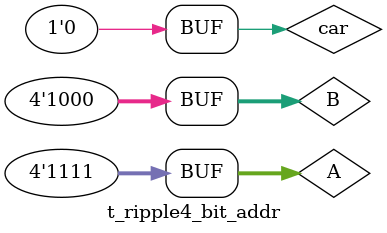
<source format=v>
`timescale 1ns / 1ps
module t_ripple4_bit_addr;
wire [0:3]summation;
wire Carry;
reg [0:3] A,B;
reg car;

ripple4_bit_addr M6(summation, Carry,A,B,car);

initial begin
A=4'b0000;B=4'b0001;car=1'b0;
#100 A=4'b1111;B=4'b1000;car=1'b0;
end
initial
$monitor("%b", summation);
endmodule


</source>
